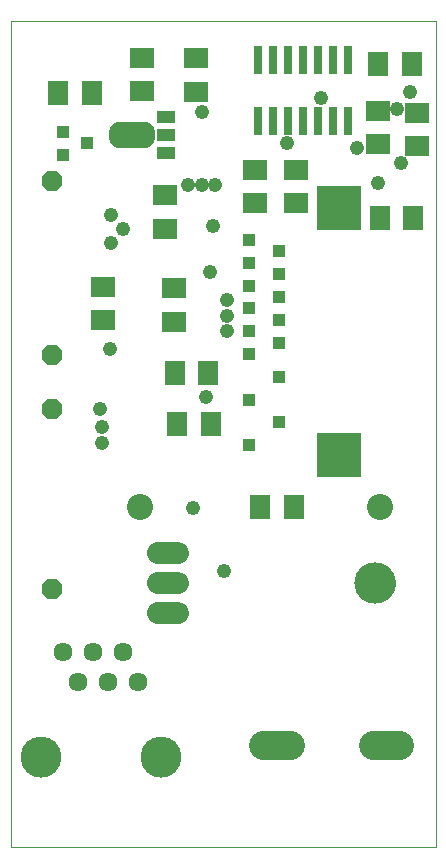
<source format=gts>
G75*
%MOIN*%
%OFA0B0*%
%FSLAX24Y24*%
%IPPOS*%
%LPD*%
%AMOC8*
5,1,8,0,0,1.08239X$1,22.5*
%
%ADD10C,0.0000*%
%ADD11R,0.0710X0.0789*%
%ADD12R,0.0789X0.0710*%
%ADD13R,0.0790X0.0710*%
%ADD14R,0.0710X0.0790*%
%ADD15C,0.0867*%
%ADD16R,0.0437X0.0437*%
%ADD17C,0.0966*%
%ADD18OC8,0.0680*%
%ADD19C,0.0634*%
%ADD20C,0.1360*%
%ADD21R,0.0430X0.0390*%
%ADD22R,0.0631X0.0395*%
%ADD23C,0.0660*%
%ADD24R,0.0630X0.0394*%
%ADD25R,0.1504X0.1504*%
%ADD26R,0.0316X0.0946*%
%ADD27C,0.0740*%
%ADD28C,0.1380*%
%ADD29C,0.0480*%
%ADD30C,0.0476*%
D10*
X000200Y001920D02*
X000200Y029479D01*
X014374Y029479D01*
X014374Y001920D01*
X000200Y001920D01*
X000560Y004920D02*
X000562Y004970D01*
X000568Y005020D01*
X000578Y005069D01*
X000591Y005118D01*
X000609Y005165D01*
X000630Y005211D01*
X000654Y005254D01*
X000682Y005296D01*
X000713Y005336D01*
X000747Y005373D01*
X000784Y005407D01*
X000824Y005438D01*
X000866Y005466D01*
X000909Y005490D01*
X000955Y005511D01*
X001002Y005529D01*
X001051Y005542D01*
X001100Y005552D01*
X001150Y005558D01*
X001200Y005560D01*
X001250Y005558D01*
X001300Y005552D01*
X001349Y005542D01*
X001398Y005529D01*
X001445Y005511D01*
X001491Y005490D01*
X001534Y005466D01*
X001576Y005438D01*
X001616Y005407D01*
X001653Y005373D01*
X001687Y005336D01*
X001718Y005296D01*
X001746Y005254D01*
X001770Y005211D01*
X001791Y005165D01*
X001809Y005118D01*
X001822Y005069D01*
X001832Y005020D01*
X001838Y004970D01*
X001840Y004920D01*
X001838Y004870D01*
X001832Y004820D01*
X001822Y004771D01*
X001809Y004722D01*
X001791Y004675D01*
X001770Y004629D01*
X001746Y004586D01*
X001718Y004544D01*
X001687Y004504D01*
X001653Y004467D01*
X001616Y004433D01*
X001576Y004402D01*
X001534Y004374D01*
X001491Y004350D01*
X001445Y004329D01*
X001398Y004311D01*
X001349Y004298D01*
X001300Y004288D01*
X001250Y004282D01*
X001200Y004280D01*
X001150Y004282D01*
X001100Y004288D01*
X001051Y004298D01*
X001002Y004311D01*
X000955Y004329D01*
X000909Y004350D01*
X000866Y004374D01*
X000824Y004402D01*
X000784Y004433D01*
X000747Y004467D01*
X000713Y004504D01*
X000682Y004544D01*
X000654Y004586D01*
X000630Y004629D01*
X000609Y004675D01*
X000591Y004722D01*
X000578Y004771D01*
X000568Y004820D01*
X000562Y004870D01*
X000560Y004920D01*
X004560Y004920D02*
X004562Y004970D01*
X004568Y005020D01*
X004578Y005069D01*
X004591Y005118D01*
X004609Y005165D01*
X004630Y005211D01*
X004654Y005254D01*
X004682Y005296D01*
X004713Y005336D01*
X004747Y005373D01*
X004784Y005407D01*
X004824Y005438D01*
X004866Y005466D01*
X004909Y005490D01*
X004955Y005511D01*
X005002Y005529D01*
X005051Y005542D01*
X005100Y005552D01*
X005150Y005558D01*
X005200Y005560D01*
X005250Y005558D01*
X005300Y005552D01*
X005349Y005542D01*
X005398Y005529D01*
X005445Y005511D01*
X005491Y005490D01*
X005534Y005466D01*
X005576Y005438D01*
X005616Y005407D01*
X005653Y005373D01*
X005687Y005336D01*
X005718Y005296D01*
X005746Y005254D01*
X005770Y005211D01*
X005791Y005165D01*
X005809Y005118D01*
X005822Y005069D01*
X005832Y005020D01*
X005838Y004970D01*
X005840Y004920D01*
X005838Y004870D01*
X005832Y004820D01*
X005822Y004771D01*
X005809Y004722D01*
X005791Y004675D01*
X005770Y004629D01*
X005746Y004586D01*
X005718Y004544D01*
X005687Y004504D01*
X005653Y004467D01*
X005616Y004433D01*
X005576Y004402D01*
X005534Y004374D01*
X005491Y004350D01*
X005445Y004329D01*
X005398Y004311D01*
X005349Y004298D01*
X005300Y004288D01*
X005250Y004282D01*
X005200Y004280D01*
X005150Y004282D01*
X005100Y004288D01*
X005051Y004298D01*
X005002Y004311D01*
X004955Y004329D01*
X004909Y004350D01*
X004866Y004374D01*
X004824Y004402D01*
X004784Y004433D01*
X004747Y004467D01*
X004713Y004504D01*
X004682Y004544D01*
X004654Y004586D01*
X004630Y004629D01*
X004609Y004675D01*
X004591Y004722D01*
X004578Y004771D01*
X004568Y004820D01*
X004562Y004870D01*
X004560Y004920D01*
X011702Y010735D02*
X011704Y010785D01*
X011710Y010835D01*
X011720Y010885D01*
X011733Y010933D01*
X011750Y010981D01*
X011771Y011027D01*
X011795Y011071D01*
X011823Y011113D01*
X011854Y011153D01*
X011888Y011190D01*
X011925Y011225D01*
X011964Y011256D01*
X012005Y011285D01*
X012049Y011310D01*
X012095Y011332D01*
X012142Y011350D01*
X012190Y011364D01*
X012239Y011375D01*
X012289Y011382D01*
X012339Y011385D01*
X012390Y011384D01*
X012440Y011379D01*
X012490Y011370D01*
X012538Y011358D01*
X012586Y011341D01*
X012632Y011321D01*
X012677Y011298D01*
X012720Y011271D01*
X012760Y011241D01*
X012798Y011208D01*
X012833Y011172D01*
X012866Y011133D01*
X012895Y011092D01*
X012921Y011049D01*
X012944Y011004D01*
X012963Y010957D01*
X012978Y010909D01*
X012990Y010860D01*
X012998Y010810D01*
X013002Y010760D01*
X013002Y010710D01*
X012998Y010660D01*
X012990Y010610D01*
X012978Y010561D01*
X012963Y010513D01*
X012944Y010466D01*
X012921Y010421D01*
X012895Y010378D01*
X012866Y010337D01*
X012833Y010298D01*
X012798Y010262D01*
X012760Y010229D01*
X012720Y010199D01*
X012677Y010172D01*
X012632Y010149D01*
X012586Y010129D01*
X012538Y010112D01*
X012490Y010100D01*
X012440Y010091D01*
X012390Y010086D01*
X012339Y010085D01*
X012289Y010088D01*
X012239Y010095D01*
X012190Y010106D01*
X012142Y010120D01*
X012095Y010138D01*
X012049Y010160D01*
X012005Y010185D01*
X011964Y010214D01*
X011925Y010245D01*
X011888Y010280D01*
X011854Y010317D01*
X011823Y010357D01*
X011795Y010399D01*
X011771Y010443D01*
X011750Y010489D01*
X011733Y010537D01*
X011720Y010585D01*
X011710Y010635D01*
X011704Y010685D01*
X011702Y010735D01*
D11*
X006787Y017716D03*
X005685Y017716D03*
D12*
X008342Y023397D03*
X008342Y024499D03*
X009712Y024499D03*
X009712Y023397D03*
X012429Y025373D03*
X012429Y026475D03*
D13*
X013736Y026409D03*
X013736Y025290D03*
X006389Y027097D03*
X006389Y028216D03*
X004578Y028236D03*
X004578Y027116D03*
X005350Y023657D03*
X005350Y022538D03*
X005633Y020559D03*
X005633Y019439D03*
X003271Y019487D03*
X003271Y020606D03*
D14*
X005751Y016046D03*
X006870Y016046D03*
X008511Y013259D03*
X009630Y013259D03*
X012499Y022897D03*
X013619Y022897D03*
X013563Y028015D03*
X012444Y028015D03*
X002914Y027070D03*
X001794Y027070D03*
D15*
X004519Y013259D03*
X012519Y013259D03*
D16*
X009141Y016082D03*
X009141Y017601D03*
X009141Y018741D03*
X009141Y019501D03*
X009141Y020261D03*
X009141Y021021D03*
X009141Y021781D03*
X008141Y022161D03*
X008141Y021401D03*
X008141Y020641D03*
X008141Y019881D03*
X008141Y019121D03*
X008141Y018361D03*
X008141Y016842D03*
X008141Y015322D03*
D17*
X008626Y005346D02*
X009511Y005346D01*
X012267Y005346D02*
X013153Y005346D01*
D18*
X001578Y010535D03*
X001578Y016542D03*
X001578Y018334D03*
X001578Y024141D03*
D19*
X001950Y008420D03*
X002450Y007420D03*
X002950Y008420D03*
X003450Y007420D03*
X003950Y008420D03*
X004450Y007420D03*
D20*
X005200Y004920D03*
X001200Y004920D03*
D21*
X001930Y025011D03*
X001930Y025771D03*
X002730Y025391D03*
D22*
X005386Y025076D03*
X005386Y026257D03*
D23*
X004664Y025776D02*
X004664Y025556D01*
X003808Y025556D01*
X003808Y025776D01*
X004664Y025776D01*
D24*
X005385Y025666D03*
D25*
X011130Y023231D03*
X011130Y014987D03*
D26*
X010948Y026117D03*
X010448Y026117D03*
X009948Y026117D03*
X009448Y026117D03*
X008948Y026117D03*
X008448Y026117D03*
X008448Y028164D03*
X008948Y028164D03*
X009448Y028164D03*
X009948Y028164D03*
X010448Y028164D03*
X010948Y028164D03*
X011448Y028164D03*
X011448Y026117D03*
D27*
X005782Y011735D02*
X005122Y011735D01*
X005122Y010735D02*
X005782Y010735D01*
X005782Y009735D02*
X005122Y009735D01*
D28*
X012352Y010735D03*
D29*
X007325Y011135D03*
X006280Y013225D03*
X006850Y021110D03*
X006945Y022630D03*
X006565Y026430D03*
X003961Y022535D03*
X009415Y025385D03*
X010555Y026905D03*
X012455Y024055D03*
X013215Y024720D03*
X013081Y026525D03*
X013500Y027095D03*
D30*
X011736Y025227D03*
X007405Y020149D03*
X007405Y019637D03*
X007405Y019125D03*
X006696Y016920D03*
X003507Y018535D03*
X003193Y016527D03*
X003232Y015936D03*
X003232Y015385D03*
X003547Y022078D03*
X003547Y022983D03*
X006106Y024007D03*
X006578Y024007D03*
X007011Y024007D03*
M02*

</source>
